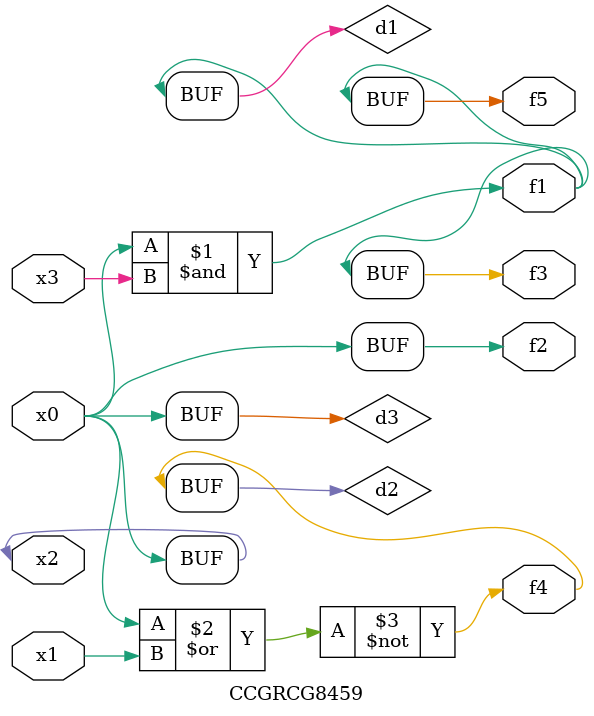
<source format=v>
module CCGRCG8459(
	input x0, x1, x2, x3,
	output f1, f2, f3, f4, f5
);

	wire d1, d2, d3;

	and (d1, x2, x3);
	nor (d2, x0, x1);
	buf (d3, x0, x2);
	assign f1 = d1;
	assign f2 = d3;
	assign f3 = d1;
	assign f4 = d2;
	assign f5 = d1;
endmodule

</source>
